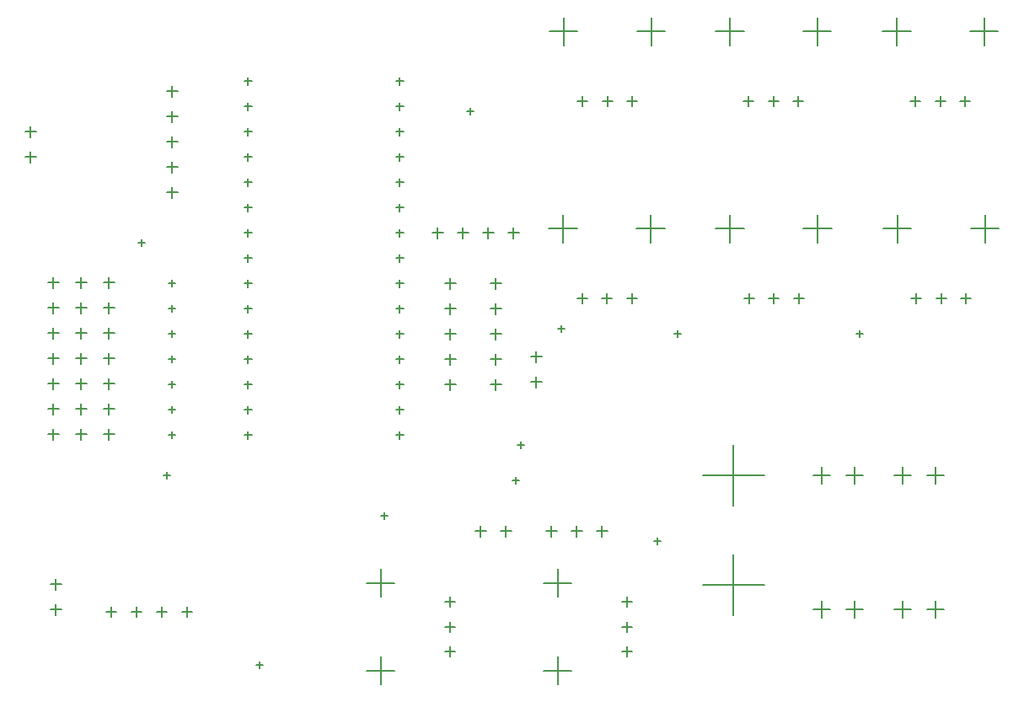
<source format=gbr>
G04*
G04 #@! TF.GenerationSoftware,Altium Limited,Altium Designer,24.1.2 (44)*
G04*
G04 Layer_Color=128*
%FSLAX25Y25*%
%MOIN*%
G70*
G04*
G04 #@! TF.SameCoordinates,E3FF4B23-F407-445B-9987-FD0FFFC61A21*
G04*
G04*
G04 #@! TF.FilePolarity,Positive*
G04*
G01*
G75*
%ADD63C,0.00500*%
D63*
X312500Y364000D02*
X315500D01*
X314000Y362500D02*
Y365500D01*
X312500Y374000D02*
X315500D01*
X314000Y372500D02*
Y375500D01*
X312500Y384000D02*
X315500D01*
X314000Y382500D02*
Y385500D01*
X312500Y394000D02*
X315500D01*
X314000Y392500D02*
Y395500D01*
X312500Y404000D02*
X315500D01*
X314000Y402500D02*
Y405500D01*
X312500Y414000D02*
X315500D01*
X314000Y412500D02*
Y415500D01*
X312500Y424000D02*
X315500D01*
X314000Y422500D02*
Y425500D01*
X312500Y434000D02*
X315500D01*
X314000Y432500D02*
Y435500D01*
X312500Y444000D02*
X315500D01*
X314000Y442500D02*
Y445500D01*
X312500Y454000D02*
X315500D01*
X314000Y452500D02*
Y455500D01*
X312500Y464000D02*
X315500D01*
X314000Y462500D02*
Y465500D01*
X312500Y474000D02*
X315500D01*
X314000Y472500D02*
Y475500D01*
X312500Y484000D02*
X315500D01*
X314000Y482500D02*
Y485500D01*
X372500Y484000D02*
X375500D01*
X374000Y482500D02*
Y485500D01*
X312500Y354000D02*
X315500D01*
X314000Y352500D02*
Y355500D01*
X312500Y344000D02*
X315500D01*
X314000Y342500D02*
Y345500D01*
X372500Y474000D02*
X375500D01*
X374000Y472500D02*
Y475500D01*
X372500Y464000D02*
X375500D01*
X374000Y462500D02*
Y465500D01*
X372500Y454000D02*
X375500D01*
X374000Y452500D02*
Y455500D01*
X372500Y444000D02*
X375500D01*
X374000Y442500D02*
Y445500D01*
X372500Y434000D02*
X375500D01*
X374000Y432500D02*
Y435500D01*
X372500Y424000D02*
X375500D01*
X374000Y422500D02*
Y425500D01*
X372500Y414000D02*
X375500D01*
X374000Y412500D02*
Y415500D01*
X372500Y404000D02*
X375500D01*
X374000Y402500D02*
Y405500D01*
X372500Y394000D02*
X375500D01*
X374000Y392500D02*
Y395500D01*
X372500Y364000D02*
X375500D01*
X374000Y362500D02*
Y365500D01*
X372500Y384000D02*
X375500D01*
X374000Y382500D02*
Y385500D01*
X372500Y374000D02*
X375500D01*
X374000Y372500D02*
Y375500D01*
X372500Y354000D02*
X375500D01*
X374000Y352500D02*
Y355500D01*
X372500Y344000D02*
X375500D01*
X374000Y342500D02*
Y345500D01*
X234835Y404347D02*
X239165D01*
X237000Y402181D02*
Y406512D01*
X234835Y394346D02*
X239165D01*
X237000Y392181D02*
Y396512D01*
X234835Y374346D02*
X239165D01*
X237000Y372181D02*
Y376512D01*
X234835Y354346D02*
X239165D01*
X237000Y352181D02*
Y356512D01*
X234835Y344346D02*
X239165D01*
X237000Y342181D02*
Y346512D01*
X234835Y364347D02*
X239165D01*
X237000Y362181D02*
Y366512D01*
X234835Y384347D02*
X239165D01*
X237000Y382181D02*
Y386512D01*
X245835Y404347D02*
X250165D01*
X248000Y402181D02*
Y406512D01*
X245835Y394346D02*
X250165D01*
X248000Y392181D02*
Y396512D01*
X245835Y374346D02*
X250165D01*
X248000Y372181D02*
Y376512D01*
X245835Y354346D02*
X250165D01*
X248000Y352181D02*
Y356512D01*
X245835Y344346D02*
X250165D01*
X248000Y342181D02*
Y346512D01*
X245835Y364347D02*
X250165D01*
X248000Y362181D02*
Y366512D01*
X245835Y384347D02*
X250165D01*
X248000Y382181D02*
Y386512D01*
X256835Y404347D02*
X261165D01*
X259000Y402181D02*
Y406512D01*
X256835Y394346D02*
X261165D01*
X259000Y392181D02*
Y396512D01*
X256835Y374346D02*
X261165D01*
X259000Y372181D02*
Y376512D01*
X256835Y354346D02*
X261165D01*
X259000Y352181D02*
Y356512D01*
X256835Y344346D02*
X261165D01*
X259000Y342181D02*
Y346512D01*
X256835Y364347D02*
X261165D01*
X259000Y362181D02*
Y366512D01*
X256835Y384347D02*
X261165D01*
X259000Y382181D02*
Y386512D01*
X409835Y384000D02*
X414165D01*
X412000Y381835D02*
Y386165D01*
X409835Y364000D02*
X414165D01*
X412000Y361835D02*
Y366165D01*
X409835Y374000D02*
X414165D01*
X412000Y371835D02*
Y376165D01*
X409835Y394000D02*
X414165D01*
X412000Y391835D02*
Y396165D01*
X409835Y404000D02*
X414165D01*
X412000Y401835D02*
Y406165D01*
X406835Y424000D02*
X411165D01*
X409000Y421835D02*
Y426165D01*
X416835Y424000D02*
X421165D01*
X419000Y421835D02*
Y426165D01*
X396835Y424000D02*
X401165D01*
X399000Y421835D02*
Y426165D01*
X386835Y424000D02*
X391165D01*
X389000Y421835D02*
Y426165D01*
X431835Y306000D02*
X436165D01*
X434000Y303835D02*
Y308165D01*
X441835Y306000D02*
X446165D01*
X444000Y303835D02*
Y308165D01*
X451835Y306000D02*
X456165D01*
X454000Y303835D02*
Y308165D01*
X403835Y306000D02*
X408165D01*
X406000Y303835D02*
Y308165D01*
X413835Y306000D02*
X418165D01*
X416000Y303835D02*
Y308165D01*
X425835Y375000D02*
X430165D01*
X428000Y372835D02*
Y377165D01*
X425835Y365000D02*
X430165D01*
X428000Y362835D02*
Y367165D01*
X235835Y285000D02*
X240165D01*
X238000Y282835D02*
Y287165D01*
X235835Y275000D02*
X240165D01*
X238000Y272835D02*
Y277165D01*
X569600Y275000D02*
X576400D01*
X573000Y271600D02*
Y278400D01*
X582600Y275000D02*
X589400D01*
X586000Y271600D02*
Y278400D01*
X569600Y328000D02*
X576400D01*
X573000Y324600D02*
Y331400D01*
X582600Y328000D02*
X589400D01*
X586000Y324600D02*
Y331400D01*
X493894Y284693D02*
X518106D01*
X506000Y272587D02*
Y296799D01*
X493894Y328000D02*
X518106D01*
X506000Y315894D02*
Y340106D01*
X550600Y328000D02*
X557400D01*
X554000Y324600D02*
Y331400D01*
X537600Y328000D02*
X544400D01*
X541000Y324600D02*
Y331400D01*
X550600Y275000D02*
X557400D01*
X554000Y271600D02*
Y278400D01*
X537600Y275000D02*
X544400D01*
X541000Y271600D02*
Y278400D01*
X281835Y460000D02*
X286165D01*
X284000Y457835D02*
Y462165D01*
X281835Y440000D02*
X286165D01*
X284000Y437835D02*
Y442165D01*
X281835Y450000D02*
X286165D01*
X284000Y447835D02*
Y452165D01*
X281835Y470000D02*
X286165D01*
X284000Y467835D02*
Y472165D01*
X281835Y480000D02*
X286165D01*
X284000Y477835D02*
Y482165D01*
X391835Y384000D02*
X396165D01*
X394000Y381835D02*
Y386165D01*
X391835Y364000D02*
X396165D01*
X394000Y361835D02*
Y366165D01*
X391835Y374000D02*
X396165D01*
X394000Y371835D02*
Y376165D01*
X391835Y394000D02*
X396165D01*
X394000Y391835D02*
Y396165D01*
X391835Y404000D02*
X396165D01*
X394000Y401835D02*
Y406165D01*
X225835Y464000D02*
X230165D01*
X228000Y461835D02*
Y466165D01*
X225835Y454000D02*
X230165D01*
X228000Y451835D02*
Y456165D01*
X576346Y398000D02*
X580283D01*
X578315Y396031D02*
Y399969D01*
X586189Y398000D02*
X590126D01*
X588158Y396031D02*
Y399969D01*
X596032Y398000D02*
X599968D01*
X598000Y396031D02*
Y399969D01*
X565244Y425559D02*
X576425D01*
X570835Y419969D02*
Y431150D01*
X599890Y425559D02*
X611071D01*
X605480Y419969D02*
Y431150D01*
X510189Y398000D02*
X514126D01*
X512157Y396031D02*
Y399969D01*
X520031Y398000D02*
X523969D01*
X522000Y396031D02*
Y399969D01*
X529874Y398000D02*
X533811D01*
X531843Y396031D02*
Y399969D01*
X499087Y425559D02*
X510268D01*
X504677Y419969D02*
Y431150D01*
X533732Y425559D02*
X544913D01*
X539323Y419969D02*
Y431150D01*
X444189Y398000D02*
X448126D01*
X446158Y396031D02*
Y399969D01*
X454032Y398000D02*
X457969D01*
X456000Y396031D02*
Y399969D01*
X463874Y398000D02*
X467811D01*
X465842Y396031D02*
Y399969D01*
X433087Y425559D02*
X444268D01*
X438677Y419969D02*
Y431150D01*
X467732Y425559D02*
X478913D01*
X473323Y419969D02*
Y431150D01*
X576031Y476000D02*
X579969D01*
X578000Y474031D02*
Y477969D01*
X585874Y476000D02*
X589811D01*
X587843Y474031D02*
Y477969D01*
X595716Y476000D02*
X599653D01*
X597685Y474031D02*
Y477969D01*
X564929Y503559D02*
X576110D01*
X570520Y497968D02*
Y509150D01*
X599575Y503559D02*
X610756D01*
X605165Y497968D02*
Y509150D01*
X510032Y476000D02*
X513969D01*
X512000Y474031D02*
Y477969D01*
X519874Y476000D02*
X523811D01*
X521842Y474031D02*
Y477969D01*
X529716Y476000D02*
X533653D01*
X531685Y474031D02*
Y477969D01*
X498929Y503559D02*
X510110D01*
X504520Y497968D02*
Y509150D01*
X533575Y503559D02*
X544756D01*
X539165Y497968D02*
Y509150D01*
X444347Y476000D02*
X448283D01*
X446315Y474031D02*
Y477969D01*
X454189Y476000D02*
X458126D01*
X456157Y474031D02*
Y477969D01*
X464032Y476000D02*
X467969D01*
X466000Y474031D02*
Y477969D01*
X433244Y503559D02*
X444425D01*
X438835Y497968D02*
Y509150D01*
X467890Y503559D02*
X479071D01*
X473480Y497968D02*
Y509150D01*
X462032Y258315D02*
X465969D01*
X464000Y256347D02*
Y260283D01*
X462032Y268158D02*
X465969D01*
X464000Y266189D02*
Y270126D01*
X462032Y278000D02*
X465969D01*
X464000Y276031D02*
Y279969D01*
X430850Y250835D02*
X442031D01*
X436441Y245244D02*
Y256425D01*
X430850Y285480D02*
X442031D01*
X436441Y279890D02*
Y291071D01*
X392032Y258315D02*
X395969D01*
X394000Y256347D02*
Y260283D01*
X392032Y268158D02*
X395969D01*
X394000Y266189D02*
Y270126D01*
X392032Y278000D02*
X395969D01*
X394000Y276031D02*
Y279969D01*
X360850Y250835D02*
X372031D01*
X366441Y245244D02*
Y256425D01*
X360850Y285480D02*
X372031D01*
X366441Y279890D02*
Y291071D01*
X288032Y274000D02*
X291968D01*
X290000Y272031D02*
Y275969D01*
X278031Y274000D02*
X281968D01*
X280000Y272031D02*
Y275969D01*
X268032Y274000D02*
X271969D01*
X270000Y272031D02*
Y275969D01*
X258032Y274000D02*
X261968D01*
X260000Y272031D02*
Y275969D01*
X436600Y386000D02*
X439400D01*
X438000Y384600D02*
Y387400D01*
X554600Y384000D02*
X557400D01*
X556000Y382600D02*
Y385400D01*
X270600Y420000D02*
X273400D01*
X272000Y418600D02*
Y421400D01*
X280600Y328000D02*
X283400D01*
X282000Y326600D02*
Y329400D01*
X317112Y252958D02*
X319912D01*
X318512Y251558D02*
Y254359D01*
X474600Y302000D02*
X477400D01*
X476000Y300600D02*
Y303400D01*
X366600Y312000D02*
X369400D01*
X368000Y310600D02*
Y313400D01*
X482600Y384000D02*
X485400D01*
X484000Y382600D02*
Y385400D01*
X400600Y472000D02*
X403400D01*
X402000Y470600D02*
Y473400D01*
X418600Y326000D02*
X421400D01*
X420000Y324600D02*
Y327400D01*
X420600Y340000D02*
X423400D01*
X422000Y338600D02*
Y341400D01*
X282600Y344000D02*
X285400D01*
X284000Y342600D02*
Y345400D01*
X282600Y354000D02*
X285400D01*
X284000Y352600D02*
Y355400D01*
X282600Y364000D02*
X285400D01*
X284000Y362600D02*
Y365400D01*
X282600Y374000D02*
X285400D01*
X284000Y372600D02*
Y375400D01*
X282600Y384000D02*
X285400D01*
X284000Y382600D02*
Y385400D01*
X282600Y394000D02*
X285400D01*
X284000Y392600D02*
Y395400D01*
X282600Y404000D02*
X285400D01*
X284000Y402600D02*
Y405400D01*
M02*

</source>
